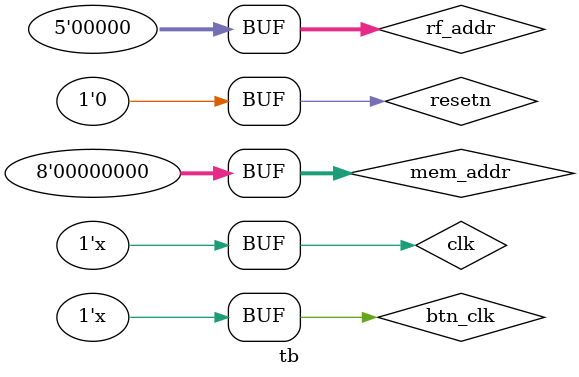
<source format=v>
`timescale 1ns / 1ps


module tb;

    reg clk;
    reg btn_clk;
    reg resetn;

    // Instantiate the Unit Under Test (UUT)
    reg [ 4:0] rf_addr;   //É¨Ãè¼Ä´æÆ÷¶ÑµÄµØÖ·
    wire [31:0] rf_data;   //¼Ä´æÆ÷¶Ñ´Óµ÷ÊÔ¶Ë¿Ú¶Á³öµÄÊý¾Ý
    reg  [7:0] mem_addr;  //Òª¹Û²ìµÄÄÚ´æµØÖ·
    wire [31:0] mem_data;  //ÄÚ´æµØÖ·¶ÔÓ¦µÄÊý¾Ý
    wire [7:0] IF_pc;     //IFÄ£¿éµÄPC
    wire [31:0] IF_inst;   //IFÄ£¿éÈ¡³öµÄÖ¸Áî
    wire [7:0] ID_pc;     //IDÄ£¿éµÄPC
    wire [7:0] EXE_pc;    //EXEÄ£¿éµÄPC
    wire [7:0] MEM_pc;    //MEMÄ£¿éµÄPC
    wire [7:0] WB_pc;     //WBÄ£¿éµÄPC
    wire [31:0] display_state; //Õ¹Ê¾CPUµ±Ç°×´Ì¬
    CPUm cpu(
        .btn_clk     (btn_clk ),
        .clk(clk),
        .resetn  (resetn  ),
        .rf_addr (rf_addr ),
        .mem_addr(mem_addr),
        .rf_data (rf_data ),
        .mem_data(mem_data),
        .IF_pc   (IF_pc   ),
        .IF_inst (IF_inst ),
        .ID_pc   (ID_pc   ),
        .EXE_pc  (EXE_pc  ),
        .MEM_pc  (MEM_pc  ),
        .WB_pc   (WB_pc   ),
        .display_state (display_state)
    );

    initial begin
        // Initialize Inputs
        clk = 0;
        btn_clk = 0;
        resetn = 0;
        rf_addr = 0;
        mem_addr = 0;
        // Wait 100 ns for global reset to finish
        // Add stimulus here
    end
    always #10 clk=~clk;
    always #100 btn_clk=~btn_clk;
endmodule

</source>
